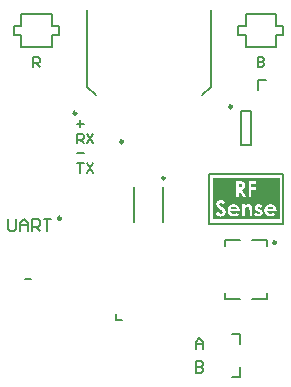
<source format=gbr>
%TF.GenerationSoftware,Altium Limited,Altium Designer,23.2.1 (34)*%
G04 Layer_Color=65535*
%FSLAX26Y26*%
%MOIN*%
%TF.SameCoordinates,DAB62C51-C882-44BF-9B97-BA74F53622F3*%
%TF.FilePolarity,Positive*%
%TF.FileFunction,Legend,Top*%
%TF.Part,Single*%
G01*
G75*
%TA.AperFunction,NonConductor*%
%ADD49C,0.008661*%
%ADD50C,0.010000*%
%ADD51C,0.009842*%
%ADD52C,0.007874*%
%ADD53C,0.005906*%
G36*
X436182Y301813D02*
Y226393D01*
X213424D01*
Y301813D01*
Y364158D01*
X436182D01*
Y301813D01*
D02*
G37*
%LPC*%
G36*
X358751Y354273D02*
X332737D01*
Y301813D01*
X342638D01*
Y325429D01*
X358751D01*
Y335085D01*
X342638D01*
Y344617D01*
X358751D01*
Y354273D01*
D02*
G37*
G36*
X302848D02*
X290855D01*
Y301813D01*
X300757D01*
Y324076D01*
X301741D01*
X313610Y301813D01*
X324496D01*
X312073Y325122D01*
X313795Y325860D01*
X315332Y326721D01*
X316624Y327582D01*
X317669Y328381D01*
X318469Y329181D01*
X319084Y329796D01*
X319268Y330042D01*
X319391Y330226D01*
X319514Y330288D01*
Y330349D01*
X320375Y331702D01*
X320990Y333178D01*
X321421Y334654D01*
X321728Y336007D01*
X321913Y337176D01*
X321974Y337729D01*
Y338160D01*
X322036Y338529D01*
Y338775D01*
Y338959D01*
Y339021D01*
X321913Y340804D01*
X321667Y342403D01*
X321298Y343879D01*
X320929Y345109D01*
X320683Y345663D01*
X320498Y346093D01*
X320314Y346524D01*
X320129Y346893D01*
X319945Y347139D01*
X319883Y347323D01*
X319760Y347446D01*
Y347508D01*
X318838Y348799D01*
X317854Y349845D01*
X316870Y350767D01*
X315947Y351444D01*
X315086Y351997D01*
X314410Y352366D01*
X314164Y352489D01*
X313979Y352612D01*
X313856Y352674D01*
X313795D01*
X313057Y352981D01*
X312196Y353227D01*
X311273Y353412D01*
X310289Y353596D01*
X308260Y353904D01*
X306230Y354088D01*
X305246Y354150D01*
X304385Y354211D01*
X303586D01*
X302848Y354273D01*
D02*
G37*
G36*
X240794Y291321D02*
X240118D01*
X239011Y291260D01*
X237904Y291137D01*
X236920Y290952D01*
X235936Y290706D01*
X235013Y290399D01*
X234214Y290091D01*
X233414Y289722D01*
X232676Y289353D01*
X232061Y288984D01*
X231508Y288615D01*
X231016Y288308D01*
X230585Y288000D01*
X230278Y287754D01*
X230032Y287570D01*
X229909Y287447D01*
X229847Y287385D01*
X229109Y286647D01*
X228494Y285848D01*
X227941Y285110D01*
X227449Y284310D01*
X227080Y283511D01*
X226711Y282711D01*
X226219Y281235D01*
X226096Y280620D01*
X225973Y280005D01*
X225850Y279452D01*
X225788Y278960D01*
X225727Y278591D01*
Y278283D01*
Y278099D01*
Y278037D01*
X225850Y276623D01*
X226096Y275270D01*
X226526Y273978D01*
X226957Y272871D01*
X227387Y271887D01*
X227633Y271457D01*
X227818Y271149D01*
X227941Y270842D01*
X228064Y270657D01*
X228187Y270534D01*
Y270473D01*
X228740Y269735D01*
X229417Y268935D01*
X230155Y268074D01*
X230954Y267213D01*
X232799Y265368D01*
X234644Y263646D01*
X235567Y262847D01*
X236428Y262109D01*
X237227Y261432D01*
X237904Y260879D01*
X238457Y260387D01*
X238888Y260018D01*
X239134Y259772D01*
X239257Y259710D01*
X240056Y259034D01*
X240794Y258419D01*
X241471Y257865D01*
X242086Y257312D01*
X242639Y256820D01*
X243131Y256389D01*
X243869Y255590D01*
X244423Y254975D01*
X244853Y254606D01*
X245038Y254298D01*
X245099Y254237D01*
X245530Y253560D01*
X245899Y252945D01*
X246145Y252330D01*
X246268Y251777D01*
X246391Y251346D01*
X246452Y250977D01*
Y250731D01*
Y250670D01*
X246391Y249932D01*
X246206Y249317D01*
X245899Y248702D01*
X245591Y248210D01*
X245222Y247779D01*
X244976Y247472D01*
X244730Y247287D01*
X244669Y247226D01*
X243992Y246734D01*
X243254Y246365D01*
X242578Y246119D01*
X241901Y245934D01*
X241286Y245811D01*
X240794Y245750D01*
X240364D01*
X239441Y245811D01*
X238580Y246057D01*
X237719Y246365D01*
X236920Y246857D01*
X236182Y247349D01*
X235444Y247964D01*
X234152Y249255D01*
X233599Y249870D01*
X233107Y250485D01*
X232676Y251100D01*
X232307Y251592D01*
X232000Y252084D01*
X231815Y252392D01*
X231692Y252638D01*
X231631Y252699D01*
X223267Y247595D01*
X223820Y246549D01*
X224435Y245565D01*
X224989Y244643D01*
X225604Y243782D01*
X226219Y242982D01*
X226834Y242306D01*
X227387Y241691D01*
X227941Y241076D01*
X228433Y240584D01*
X228863Y240153D01*
X229294Y239784D01*
X229663Y239538D01*
X229970Y239292D01*
X230155Y239108D01*
X230278Y239046D01*
X230339Y238985D01*
X231139Y238493D01*
X231938Y238124D01*
X233660Y237447D01*
X235259Y236955D01*
X236797Y236648D01*
X237473Y236525D01*
X238150Y236402D01*
X238703Y236340D01*
X239195D01*
X239564Y236279D01*
X240118D01*
X241409Y236340D01*
X242701Y236463D01*
X243869Y236648D01*
X244976Y236955D01*
X246022Y237263D01*
X247006Y237632D01*
X247867Y238001D01*
X248666Y238370D01*
X249404Y238739D01*
X250019Y239169D01*
X250573Y239477D01*
X251003Y239784D01*
X251372Y240092D01*
X251618Y240276D01*
X251741Y240399D01*
X251803Y240461D01*
X252602Y241260D01*
X253279Y242121D01*
X253894Y242982D01*
X254386Y243905D01*
X254816Y244766D01*
X255185Y245688D01*
X255493Y246549D01*
X255739Y247349D01*
X255923Y248148D01*
X256046Y248825D01*
X256169Y249501D01*
X256231Y250055D01*
X256292Y250485D01*
Y251100D01*
X256231Y252330D01*
X256108Y253437D01*
X255862Y254483D01*
X255677Y255405D01*
X255431Y256143D01*
X255185Y256697D01*
X255062Y257066D01*
X255001Y257189D01*
X254447Y258234D01*
X253771Y259280D01*
X253094Y260325D01*
X252356Y261186D01*
X251741Y261986D01*
X251188Y262601D01*
X251003Y262785D01*
X250819Y262970D01*
X250757Y263031D01*
X250696Y263093D01*
X250388Y263339D01*
X250019Y263708D01*
X249589Y264138D01*
X249097Y264569D01*
X247928Y265553D01*
X246760Y266598D01*
X245653Y267521D01*
X245099Y267951D01*
X244669Y268382D01*
X244300Y268689D01*
X243992Y268935D01*
X243808Y269058D01*
X243746Y269120D01*
X242639Y270042D01*
X241655Y270903D01*
X240794Y271641D01*
X240056Y272379D01*
X239380Y272994D01*
X238765Y273486D01*
X238273Y273978D01*
X237781Y274409D01*
X237412Y274778D01*
X237166Y275085D01*
X236735Y275516D01*
X236489Y275762D01*
X236428Y275823D01*
X236120Y276254D01*
X235936Y276684D01*
X235690Y277545D01*
X235628Y277853D01*
X235567Y278099D01*
Y278283D01*
Y278345D01*
X235628Y278837D01*
X235751Y279267D01*
X236182Y280005D01*
X236428Y280313D01*
X236612Y280497D01*
X236735Y280620D01*
X236797Y280682D01*
X237289Y281051D01*
X237842Y281297D01*
X238334Y281543D01*
X238888Y281666D01*
X239318Y281727D01*
X239687Y281789D01*
X239995D01*
X240733Y281727D01*
X241532Y281543D01*
X242209Y281297D01*
X242947Y280928D01*
X243623Y280559D01*
X244300Y280067D01*
X245468Y279083D01*
X246514Y278099D01*
X246883Y277607D01*
X247252Y277238D01*
X247559Y276869D01*
X247744Y276623D01*
X247867Y276438D01*
X247928Y276377D01*
X255370Y282834D01*
X254570Y283695D01*
X253832Y284495D01*
X253094Y285233D01*
X252418Y285909D01*
X251741Y286524D01*
X251065Y287016D01*
X249958Y287939D01*
X248974Y288615D01*
X248605Y288923D01*
X248236Y289107D01*
X247990Y289292D01*
X247805Y289415D01*
X247682Y289476D01*
X247621D01*
X246268Y290091D01*
X244976Y290522D01*
X243685Y290891D01*
X242516Y291075D01*
X241532Y291198D01*
X241163Y291260D01*
X240794Y291321D01*
D02*
G37*
G36*
X333229Y277361D02*
X332675D01*
X331630Y277299D01*
X330646Y277176D01*
X329662Y276992D01*
X328862Y276807D01*
X328124Y276623D01*
X327632Y276438D01*
X327263Y276315D01*
X327202Y276254D01*
X327140D01*
X326095Y275762D01*
X325049Y275208D01*
X324065Y274532D01*
X323143Y273917D01*
X322343Y273302D01*
X321728Y272810D01*
X321482Y272625D01*
X321298Y272502D01*
X321236Y272441D01*
X321175Y272379D01*
Y276377D01*
X311458D01*
Y237570D01*
X321175D01*
Y253130D01*
Y254237D01*
Y255221D01*
X321236Y256082D01*
Y256881D01*
Y257619D01*
X321298Y258234D01*
Y258788D01*
X321359Y259280D01*
X321421Y259710D01*
Y260079D01*
X321482Y260325D01*
Y260571D01*
X321544Y260879D01*
Y260940D01*
X321913Y262170D01*
X322343Y263277D01*
X322835Y264200D01*
X323327Y264999D01*
X323819Y265614D01*
X324188Y266045D01*
X324434Y266352D01*
X324496Y266414D01*
X325357Y267090D01*
X326218Y267582D01*
X327079Y267951D01*
X327878Y268197D01*
X328555Y268320D01*
X329108Y268443D01*
X329600D01*
X330400Y268382D01*
X331138Y268259D01*
X331814Y268074D01*
X332368Y267828D01*
X332798Y267582D01*
X333167Y267398D01*
X333352Y267275D01*
X333413Y267213D01*
X333967Y266721D01*
X334397Y266168D01*
X334766Y265614D01*
X335074Y265061D01*
X335320Y264569D01*
X335443Y264138D01*
X335566Y263892D01*
Y263769D01*
X335689Y263277D01*
X335812Y262724D01*
X335873Y262047D01*
X335935Y261371D01*
X336058Y259833D01*
X336181Y258296D01*
Y256881D01*
X336242Y256205D01*
Y255651D01*
Y255221D01*
Y254852D01*
Y254606D01*
Y254544D01*
Y237570D01*
X345898D01*
Y263154D01*
X345836Y264384D01*
X345775Y265491D01*
X345590Y266598D01*
X345344Y267582D01*
X345098Y268505D01*
X344791Y269304D01*
X344483Y270042D01*
X344176Y270719D01*
X343868Y271334D01*
X343561Y271887D01*
X343253Y272318D01*
X343007Y272687D01*
X342761Y272933D01*
X342577Y273117D01*
X342515Y273240D01*
X342454Y273302D01*
X341716Y274040D01*
X340916Y274655D01*
X340055Y275208D01*
X339256Y275639D01*
X338395Y276069D01*
X337595Y276377D01*
X336058Y276869D01*
X335381Y277053D01*
X334705Y277176D01*
X334151Y277238D01*
X333659Y277299D01*
X333229Y277361D01*
D02*
G37*
G36*
X366869D02*
X366254D01*
X365270Y277299D01*
X364286Y277238D01*
X362503Y276869D01*
X360965Y276315D01*
X360227Y276008D01*
X359612Y275762D01*
X359059Y275454D01*
X358567Y275147D01*
X358136Y274839D01*
X357829Y274593D01*
X357521Y274409D01*
X357337Y274224D01*
X357214Y274163D01*
X357152Y274101D01*
X356537Y273486D01*
X355984Y272810D01*
X355553Y272195D01*
X355123Y271518D01*
X354815Y270842D01*
X354508Y270165D01*
X354077Y268935D01*
X353831Y267890D01*
X353770Y267398D01*
X353708Y267029D01*
X353647Y266660D01*
Y266414D01*
Y266291D01*
Y266229D01*
X353770Y264938D01*
X354077Y263646D01*
X354508Y262478D01*
X355123Y261371D01*
X355861Y260325D01*
X356599Y259341D01*
X357460Y258419D01*
X358382Y257619D01*
X359243Y256881D01*
X360104Y256266D01*
X360904Y255651D01*
X361580Y255221D01*
X362195Y254852D01*
X362626Y254606D01*
X362933Y254421D01*
X363056Y254360D01*
X366316Y252699D01*
X367054Y252330D01*
X367730Y251900D01*
X368284Y251531D01*
X368837Y251162D01*
X369206Y250731D01*
X369575Y250424D01*
X369883Y250055D01*
X370067Y249747D01*
X370375Y249194D01*
X370559Y248702D01*
X370621Y248456D01*
Y248333D01*
X370559Y247902D01*
X370436Y247533D01*
X370006Y246857D01*
X369760Y246611D01*
X369575Y246426D01*
X369452Y246303D01*
X369391Y246242D01*
X368899Y245934D01*
X368407Y245688D01*
X367915Y245565D01*
X367423Y245442D01*
X366992Y245381D01*
X366623Y245319D01*
X366316D01*
X365639Y245381D01*
X364901Y245504D01*
X364225Y245688D01*
X363610Y245934D01*
X363056Y246180D01*
X362564Y246365D01*
X362318Y246488D01*
X362195Y246549D01*
X361396Y247041D01*
X360596Y247595D01*
X359920Y248148D01*
X359366Y248640D01*
X358874Y249132D01*
X358505Y249501D01*
X358259Y249747D01*
X358198Y249809D01*
X352232Y243228D01*
X353216Y242060D01*
X354262Y241014D01*
X355369Y240153D01*
X356476Y239415D01*
X357583Y238739D01*
X358751Y238185D01*
X359858Y237755D01*
X360904Y237447D01*
X361888Y237140D01*
X362810Y236955D01*
X363671Y236771D01*
X364348Y236709D01*
X364963Y236648D01*
X365393Y236586D01*
X365762D01*
X366931Y236648D01*
X368038Y236709D01*
X369083Y236894D01*
X370067Y237140D01*
X370990Y237386D01*
X371789Y237693D01*
X372589Y238001D01*
X373265Y238308D01*
X373880Y238616D01*
X374434Y238923D01*
X374864Y239231D01*
X375295Y239477D01*
X375602Y239723D01*
X375787Y239907D01*
X375910Y239969D01*
X375971Y240030D01*
X376648Y240707D01*
X377201Y241383D01*
X377755Y242121D01*
X378185Y242859D01*
X378554Y243536D01*
X378862Y244274D01*
X379292Y245627D01*
X379600Y246857D01*
X379661Y247349D01*
X379723Y247779D01*
X379784Y248148D01*
Y248640D01*
X379723Y250055D01*
X379477Y251346D01*
X379108Y252515D01*
X378739Y253499D01*
X378308Y254298D01*
X378001Y254913D01*
X377816Y255098D01*
X377755Y255282D01*
X377632Y255344D01*
Y255405D01*
X377201Y255959D01*
X376709Y256451D01*
X375541Y257496D01*
X374249Y258480D01*
X372958Y259341D01*
X371789Y260018D01*
X371236Y260325D01*
X370805Y260571D01*
X370436Y260817D01*
X370129Y260940D01*
X369944Y261063D01*
X369883D01*
X366316Y262847D01*
X365516Y263277D01*
X364901Y263646D01*
X364409Y263954D01*
X364040Y264200D01*
X363733Y264384D01*
X363548Y264507D01*
X363487Y264630D01*
X363425D01*
X363118Y265122D01*
X362933Y265614D01*
X362872Y265983D01*
Y266045D01*
Y266106D01*
X362933Y266475D01*
X362995Y266844D01*
X363364Y267336D01*
X363671Y267705D01*
X363733Y267828D01*
X363794D01*
X364163Y268074D01*
X364594Y268259D01*
X365393Y268505D01*
X365762D01*
X366070Y268566D01*
X366316D01*
X366869Y268505D01*
X367484Y268382D01*
X368038Y268259D01*
X368653Y268013D01*
X369760Y267398D01*
X370805Y266783D01*
X371666Y266106D01*
X372404Y265491D01*
X372650Y265245D01*
X372835Y265122D01*
X372958Y264999D01*
X373019Y264938D01*
X379046Y270903D01*
X378124Y272010D01*
X377140Y272994D01*
X376217Y273794D01*
X375295Y274470D01*
X374495Y275024D01*
X373880Y275393D01*
X373634Y275516D01*
X373450Y275639D01*
X373388Y275700D01*
X373327D01*
X372097Y276254D01*
X370805Y276684D01*
X369637Y276930D01*
X368530Y277176D01*
X367607Y277299D01*
X367238D01*
X366869Y277361D01*
D02*
G37*
G36*
X406106D02*
X405676D01*
X404077Y277299D01*
X402601Y277115D01*
X401186Y276807D01*
X399833Y276438D01*
X398542Y276008D01*
X397373Y275516D01*
X396266Y274962D01*
X395282Y274409D01*
X394421Y273855D01*
X393622Y273302D01*
X392945Y272810D01*
X392392Y272379D01*
X391961Y272010D01*
X391592Y271703D01*
X391408Y271518D01*
X391346Y271457D01*
X390362Y270350D01*
X389440Y269120D01*
X388702Y267951D01*
X388025Y266721D01*
X387472Y265491D01*
X387041Y264261D01*
X386672Y263031D01*
X386365Y261924D01*
X386119Y260879D01*
X385934Y259895D01*
X385811Y258972D01*
X385688Y258234D01*
Y257619D01*
X385627Y257127D01*
Y256758D01*
X385688Y255159D01*
X385873Y253622D01*
X386180Y252207D01*
X386549Y250854D01*
X386980Y249563D01*
X387410Y248394D01*
X387964Y247287D01*
X388517Y246303D01*
X389009Y245381D01*
X389563Y244581D01*
X389993Y243905D01*
X390485Y243351D01*
X390793Y242921D01*
X391100Y242552D01*
X391285Y242367D01*
X391346Y242306D01*
X392453Y241322D01*
X393622Y240399D01*
X394852Y239661D01*
X396082Y238985D01*
X397312Y238431D01*
X398542Y238001D01*
X399772Y237632D01*
X400879Y237324D01*
X401986Y237078D01*
X402970Y236894D01*
X403892Y236771D01*
X404630Y236648D01*
X405307D01*
X405737Y236586D01*
X406168D01*
X408259Y236648D01*
X410227Y236894D01*
X411949Y237201D01*
X412687Y237386D01*
X413425Y237632D01*
X414040Y237816D01*
X414593Y238001D01*
X415085Y238124D01*
X415516Y238308D01*
X415823Y238431D01*
X416069Y238554D01*
X416192Y238616D01*
X416254D01*
X417791Y239477D01*
X419206Y240522D01*
X420497Y241568D01*
X421543Y242613D01*
X422465Y243597D01*
X422773Y244028D01*
X423080Y244335D01*
X423326Y244643D01*
X423511Y244889D01*
X423572Y245012D01*
X423634Y245073D01*
X415454Y248948D01*
X414716Y248271D01*
X413917Y247718D01*
X413117Y247164D01*
X412318Y246734D01*
X411518Y246365D01*
X410780Y246057D01*
X409304Y245627D01*
X408628Y245442D01*
X408013Y245319D01*
X407459Y245258D01*
X407029Y245196D01*
X406660Y245135D01*
X406106D01*
X404507Y245258D01*
X403031Y245504D01*
X401740Y245873D01*
X400633Y246365D01*
X399772Y246795D01*
X399157Y247164D01*
X398911Y247287D01*
X398726Y247410D01*
X398665Y247533D01*
X398603D01*
X397619Y248517D01*
X396820Y249624D01*
X396205Y250731D01*
X395713Y251777D01*
X395405Y252699D01*
X395282Y253130D01*
X395159Y253499D01*
X395098Y253745D01*
Y253991D01*
X395036Y254114D01*
Y254175D01*
X426278D01*
X426340Y256020D01*
X426278Y257804D01*
X426094Y259464D01*
X425786Y261002D01*
X425417Y262478D01*
X424987Y263831D01*
X424495Y265122D01*
X424003Y266291D01*
X423449Y267336D01*
X422896Y268259D01*
X422404Y269120D01*
X421912Y269796D01*
X421481Y270411D01*
X421112Y270842D01*
X420805Y271211D01*
X420620Y271395D01*
X420559Y271457D01*
X419452Y272502D01*
X418283Y273425D01*
X417053Y274224D01*
X415823Y274901D01*
X414593Y275454D01*
X413363Y275946D01*
X412133Y276315D01*
X410965Y276623D01*
X409858Y276869D01*
X408874Y277053D01*
X407951Y277176D01*
X407213Y277299D01*
X406537D01*
X406106Y277361D01*
D02*
G37*
G36*
X283352D02*
X282922D01*
X281323Y277299D01*
X279847Y277115D01*
X278432Y276807D01*
X277079Y276438D01*
X275788Y276008D01*
X274619Y275516D01*
X273512Y274962D01*
X272528Y274409D01*
X271667Y273855D01*
X270868Y273302D01*
X270191Y272810D01*
X269638Y272379D01*
X269207Y272010D01*
X268838Y271703D01*
X268654Y271518D01*
X268592Y271457D01*
X267608Y270350D01*
X266686Y269120D01*
X265948Y267951D01*
X265271Y266721D01*
X264718Y265491D01*
X264287Y264261D01*
X263918Y263031D01*
X263611Y261924D01*
X263365Y260879D01*
X263180Y259895D01*
X263057Y258972D01*
X262934Y258234D01*
Y257619D01*
X262873Y257127D01*
Y256758D01*
X262934Y255159D01*
X263119Y253622D01*
X263426Y252207D01*
X263795Y250854D01*
X264226Y249563D01*
X264656Y248394D01*
X265210Y247287D01*
X265763Y246303D01*
X266255Y245381D01*
X266809Y244581D01*
X267239Y243905D01*
X267731Y243351D01*
X268039Y242921D01*
X268346Y242552D01*
X268531Y242367D01*
X268592Y242306D01*
X269699Y241322D01*
X270868Y240399D01*
X272098Y239661D01*
X273328Y238985D01*
X274558Y238431D01*
X275788Y238001D01*
X277018Y237632D01*
X278125Y237324D01*
X279232Y237078D01*
X280216Y236894D01*
X281138Y236771D01*
X281876Y236648D01*
X282553D01*
X282983Y236586D01*
X283414D01*
X285505Y236648D01*
X287473Y236894D01*
X289195Y237201D01*
X289933Y237386D01*
X290671Y237632D01*
X291286Y237816D01*
X291839Y238001D01*
X292331Y238124D01*
X292762Y238308D01*
X293069Y238431D01*
X293315Y238554D01*
X293438Y238616D01*
X293500D01*
X295037Y239477D01*
X296452Y240522D01*
X297743Y241568D01*
X298789Y242613D01*
X299711Y243597D01*
X300019Y244028D01*
X300326Y244335D01*
X300572Y244643D01*
X300757Y244889D01*
X300818Y245012D01*
X300880Y245073D01*
X292700Y248948D01*
X291962Y248271D01*
X291163Y247718D01*
X290363Y247164D01*
X289564Y246734D01*
X288764Y246365D01*
X288026Y246057D01*
X286550Y245627D01*
X285874Y245442D01*
X285259Y245319D01*
X284705Y245258D01*
X284275Y245196D01*
X283906Y245135D01*
X283352D01*
X281753Y245258D01*
X280277Y245504D01*
X278986Y245873D01*
X277879Y246365D01*
X277018Y246795D01*
X276403Y247164D01*
X276157Y247287D01*
X275972Y247410D01*
X275911Y247533D01*
X275849D01*
X274865Y248517D01*
X274066Y249624D01*
X273451Y250731D01*
X272959Y251777D01*
X272651Y252699D01*
X272528Y253130D01*
X272405Y253499D01*
X272344Y253745D01*
Y253991D01*
X272282Y254114D01*
Y254175D01*
X303524D01*
X303586Y256020D01*
X303524Y257804D01*
X303340Y259464D01*
X303032Y261002D01*
X302663Y262478D01*
X302233Y263831D01*
X301741Y265122D01*
X301249Y266291D01*
X300695Y267336D01*
X300142Y268259D01*
X299650Y269120D01*
X299158Y269796D01*
X298727Y270411D01*
X298358Y270842D01*
X298051Y271211D01*
X297866Y271395D01*
X297805Y271457D01*
X296698Y272502D01*
X295529Y273425D01*
X294299Y274224D01*
X293069Y274901D01*
X291839Y275454D01*
X290609Y275946D01*
X289379Y276315D01*
X288211Y276623D01*
X287104Y276869D01*
X286120Y277053D01*
X285197Y277176D01*
X284459Y277299D01*
X283783D01*
X283352Y277361D01*
D02*
G37*
%LPD*%
G36*
X306046Y344433D02*
X307030Y344371D01*
X307768Y344248D01*
X308321Y344125D01*
X308690Y344064D01*
X308936Y343941D01*
X308998D01*
X309551Y343695D01*
X310043Y343449D01*
X310474Y343141D01*
X310781Y342834D01*
X311089Y342526D01*
X311273Y342280D01*
X311396Y342157D01*
X311458Y342096D01*
X311765Y341604D01*
X312011Y341112D01*
X312134Y340620D01*
X312257Y340189D01*
X312319Y339759D01*
X312380Y339451D01*
Y339205D01*
Y339144D01*
X312319Y338160D01*
X312073Y337299D01*
X311827Y336561D01*
X311458Y336007D01*
X311150Y335577D01*
X310843Y335269D01*
X310597Y335085D01*
X310535Y335023D01*
X310166Y334839D01*
X309736Y334593D01*
X308752Y334285D01*
X307645Y334101D01*
X306538Y333978D01*
X305492Y333855D01*
X305062D01*
X304693Y333793D01*
X300757D01*
Y344556D01*
X304939D01*
X306046Y344433D01*
D02*
G37*
G36*
X407521Y268997D02*
X408751Y268751D01*
X409919Y268443D01*
X410842Y268074D01*
X411641Y267644D01*
X412256Y267336D01*
X412625Y267090D01*
X412687Y267029D01*
X412748D01*
X413732Y266229D01*
X414593Y265368D01*
X415270Y264507D01*
X415762Y263646D01*
X416131Y262908D01*
X416438Y262355D01*
X416500Y262109D01*
X416561Y261924D01*
X416623Y261863D01*
Y261801D01*
X395467D01*
X396082Y263031D01*
X396697Y264077D01*
X397312Y264938D01*
X397865Y265614D01*
X398357Y266168D01*
X398726Y266537D01*
X398972Y266721D01*
X399034Y266783D01*
X400202Y267521D01*
X401432Y268074D01*
X402662Y268505D01*
X403769Y268751D01*
X404753Y268935D01*
X405122Y268997D01*
X405491D01*
X405799Y269058D01*
X406168D01*
X407521Y268997D01*
D02*
G37*
G36*
X284767D02*
X285997Y268751D01*
X287165Y268443D01*
X288088Y268074D01*
X288887Y267644D01*
X289502Y267336D01*
X289871Y267090D01*
X289933Y267029D01*
X289994D01*
X290978Y266229D01*
X291839Y265368D01*
X292516Y264507D01*
X293008Y263646D01*
X293377Y262908D01*
X293684Y262355D01*
X293746Y262109D01*
X293807Y261924D01*
X293869Y261863D01*
Y261801D01*
X272713D01*
X273328Y263031D01*
X273943Y264077D01*
X274558Y264938D01*
X275111Y265614D01*
X275603Y266168D01*
X275972Y266537D01*
X276218Y266721D01*
X276280Y266783D01*
X277448Y267521D01*
X278678Y268074D01*
X279908Y268505D01*
X281015Y268751D01*
X281999Y268935D01*
X282368Y268997D01*
X282737D01*
X283045Y269058D01*
X283414D01*
X284767Y268997D01*
D02*
G37*
D49*
X53150Y364173D02*
G03*
X53150Y364173I-3937J0D01*
G01*
D50*
X423784Y149606D02*
G03*
X423784Y149606I-4493J0D01*
G01*
D51*
X-241142Y580709D02*
G03*
X-241142Y580709I-4921J0D01*
G01*
X-85630Y486220D02*
G03*
X-85630Y486220I-4921J0D01*
G01*
X277559Y602362D02*
G03*
X277559Y602362I-4921J0D01*
G01*
X-292323Y230315D02*
G03*
X-292323Y230315I-4921J0D01*
G01*
D52*
X-49213Y216536D02*
Y334646D01*
X49213Y216536D02*
Y334646D01*
X299213Y840551D02*
Y872047D01*
X322835D01*
Y911417D01*
X425197D01*
Y872047D02*
Y911417D01*
Y872047D02*
X448819D01*
Y840551D02*
Y872047D01*
X425197Y840551D02*
X448819D01*
X425197Y801181D02*
Y840551D01*
X322835Y801181D02*
X425197D01*
X322835D02*
Y840551D01*
X299213D02*
X322835D01*
X199675Y211231D02*
X449100D01*
X199675D02*
Y376623D01*
X449100D01*
Y211231D02*
Y376623D01*
X-413386Y29528D02*
X-393701D01*
X305118Y-187008D02*
Y-155512D01*
X277559D02*
X305118D01*
X395669Y137795D02*
Y157480D01*
X344488D02*
X395669D01*
Y-39370D02*
Y-19685D01*
X344488Y-39370D02*
X395669D01*
X253937D02*
Y-19685D01*
Y-39370D02*
X305118D01*
X253937Y137795D02*
Y157480D01*
X305118D01*
X-108268Y-108268D02*
X-88583D01*
X-108268D02*
Y-88583D01*
X177165Y639764D02*
X206693Y669291D01*
X-206693D02*
X-177165Y639764D01*
X-206693Y669291D02*
Y925197D01*
X206693Y669291D02*
Y925197D01*
X-448819Y840551D02*
X-425197D01*
Y801181D02*
Y840551D01*
Y801181D02*
X-322835D01*
Y840551D01*
X-299213D01*
Y872047D01*
X-322835D02*
X-299213D01*
X-322835D02*
Y911417D01*
X-425197D02*
X-322835D01*
X-425197Y872047D02*
Y911417D01*
X-448819Y872047D02*
X-425197D01*
X-448819Y840551D02*
Y872047D01*
X309055Y588583D02*
X340551D01*
X309055Y474409D02*
X340551D01*
X309055D02*
Y588583D01*
X340551Y474409D02*
Y588583D01*
X305118Y-297244D02*
Y-265748D01*
X277559Y-297244D02*
X305118D01*
X364173Y659449D02*
Y690945D01*
X391732D01*
X-468504Y228340D02*
Y195542D01*
X-461944Y188983D01*
X-448825D01*
X-442266Y195542D01*
Y228340D01*
X-429147Y188983D02*
Y215221D01*
X-416027Y228340D01*
X-402908Y215221D01*
Y188983D01*
Y208661D01*
X-429147D01*
X-389789Y188983D02*
Y228340D01*
X-370111D01*
X-363551Y221780D01*
Y208661D01*
X-370111Y202102D01*
X-389789D01*
X-376670D02*
X-363551Y188983D01*
X-350432Y228340D02*
X-324194D01*
X-337313D01*
Y188983D01*
X156172Y-246069D02*
Y-285427D01*
X175851D01*
X182410Y-278867D01*
Y-272308D01*
X175851Y-265748D01*
X156172D01*
X175851D01*
X182410Y-259188D01*
Y-252629D01*
X175851Y-246069D01*
X156172D01*
Y-206687D02*
Y-180448D01*
X169291Y-167329D01*
X182410Y-180448D01*
Y-206687D01*
Y-187008D01*
X156172D01*
D53*
X363520Y767712D02*
Y736226D01*
X379263D01*
X384511Y741473D01*
Y746721D01*
X379263Y751969D01*
X363520D01*
X379263D01*
X384511Y757216D01*
Y762464D01*
X379263Y767712D01*
X363520D01*
X-384511Y736226D02*
Y767712D01*
X-368768D01*
X-363520Y762464D01*
Y751969D01*
X-368768Y746721D01*
X-384511D01*
X-374016D02*
X-363520Y736226D01*
X-238189Y447835D02*
X-217198D01*
X-238189Y414365D02*
X-217198D01*
X-227694D01*
Y382879D01*
X-206703Y414365D02*
X-185713Y382879D01*
Y414365D02*
X-206703Y382879D01*
X-238189Y481304D02*
Y512790D01*
X-222446D01*
X-217198Y507543D01*
Y497047D01*
X-222446Y491800D01*
X-238189D01*
X-227694D02*
X-217198Y481304D01*
X-206703Y512790D02*
X-185713Y481304D01*
Y512790D02*
X-206703Y481304D01*
X-238189Y546260D02*
X-217198D01*
X-227694Y556755D02*
Y535764D01*
%TF.MD5,ce1fb0eeca43b0f3313ddb0d73b633ba*%
M02*

</source>
